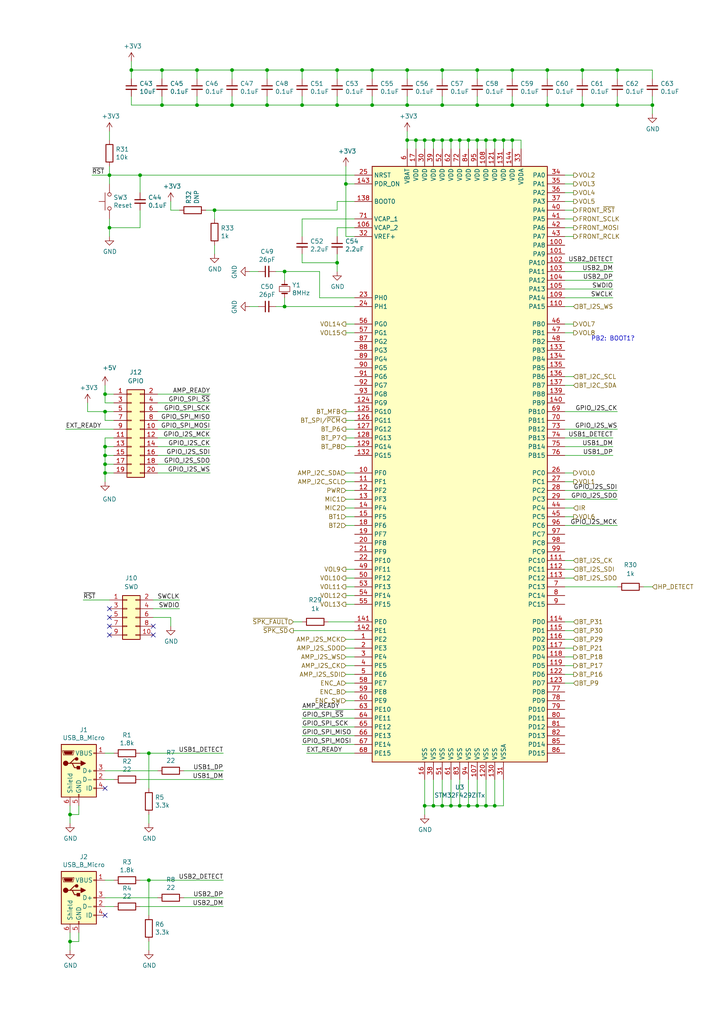
<source format=kicad_sch>
(kicad_sch (version 20201015) (generator eeschema)
  (paper "A4" portrait)
  (junction (at 20.32 236.22) (diameter 0.9144))
  (junction (at 20.32 273.05) (diameter 0.9144))
  (junction (at 30.48 114.3) (diameter 0.9144))
  (junction (at 30.48 119.38) (diameter 0.9144))
  (junction (at 30.48 129.54) (diameter 0.9144))
  (junction (at 30.48 132.08) (diameter 0.9144))
  (junction (at 30.48 134.62) (diameter 0.9144))
  (junction (at 30.48 137.16) (diameter 0.9144))
  (junction (at 31.75 50.8) (diameter 0.9144))
  (junction (at 31.75 66.04) (diameter 0.9144))
  (junction (at 38.1 20.32) (diameter 0.9144))
  (junction (at 40.64 50.8) (diameter 0.9144))
  (junction (at 43.18 218.44) (diameter 0.9144))
  (junction (at 43.18 255.27) (diameter 0.9144))
  (junction (at 46.99 20.32) (diameter 0.9144))
  (junction (at 46.99 30.48) (diameter 0.9144))
  (junction (at 57.15 20.32) (diameter 0.9144))
  (junction (at 57.15 30.48) (diameter 0.9144))
  (junction (at 62.23 60.96) (diameter 0.9144))
  (junction (at 67.31 20.32) (diameter 0.9144))
  (junction (at 67.31 30.48) (diameter 0.9144))
  (junction (at 77.47 20.32) (diameter 0.9144))
  (junction (at 77.47 30.48) (diameter 0.9144))
  (junction (at 82.55 78.74) (diameter 0.9144))
  (junction (at 82.55 88.9) (diameter 0.9144))
  (junction (at 87.63 20.32) (diameter 0.9144))
  (junction (at 87.63 30.48) (diameter 0.9144))
  (junction (at 97.79 20.32) (diameter 0.9144))
  (junction (at 97.79 30.48) (diameter 0.9144))
  (junction (at 97.79 76.2) (diameter 0.9144))
  (junction (at 100.33 53.34) (diameter 0.9144))
  (junction (at 107.95 20.32) (diameter 0.9144))
  (junction (at 107.95 30.48) (diameter 0.9144))
  (junction (at 118.11 20.32) (diameter 0.9144))
  (junction (at 118.11 30.48) (diameter 0.9144))
  (junction (at 118.11 40.64) (diameter 0.9144))
  (junction (at 120.65 40.64) (diameter 0.9144))
  (junction (at 123.19 40.64) (diameter 0.9144))
  (junction (at 123.19 233.68) (diameter 0.9144))
  (junction (at 125.73 40.64) (diameter 0.9144))
  (junction (at 125.73 233.68) (diameter 0.9144))
  (junction (at 128.27 20.32) (diameter 0.9144))
  (junction (at 128.27 30.48) (diameter 0.9144))
  (junction (at 128.27 40.64) (diameter 0.9144))
  (junction (at 128.27 233.68) (diameter 0.9144))
  (junction (at 130.81 40.64) (diameter 0.9144))
  (junction (at 130.81 233.68) (diameter 0.9144))
  (junction (at 133.35 40.64) (diameter 0.9144))
  (junction (at 133.35 233.68) (diameter 0.9144))
  (junction (at 135.89 40.64) (diameter 0.9144))
  (junction (at 135.89 233.68) (diameter 0.9144))
  (junction (at 138.43 20.32) (diameter 0.9144))
  (junction (at 138.43 30.48) (diameter 0.9144))
  (junction (at 138.43 40.64) (diameter 0.9144))
  (junction (at 138.43 233.68) (diameter 0.9144))
  (junction (at 140.97 40.64) (diameter 0.9144))
  (junction (at 140.97 233.68) (diameter 0.9144))
  (junction (at 143.51 40.64) (diameter 0.9144))
  (junction (at 143.51 233.68) (diameter 0.9144))
  (junction (at 146.05 40.64) (diameter 0.9144))
  (junction (at 148.59 20.32) (diameter 0.9144))
  (junction (at 148.59 30.48) (diameter 0.9144))
  (junction (at 148.59 40.64) (diameter 0.9144))
  (junction (at 158.75 20.32) (diameter 0.9144))
  (junction (at 158.75 30.48) (diameter 0.9144))
  (junction (at 168.91 20.32) (diameter 0.9144))
  (junction (at 168.91 30.48) (diameter 0.9144))
  (junction (at 179.07 20.32) (diameter 0.9144))
  (junction (at 179.07 30.48) (diameter 0.9144))
  (junction (at 189.23 30.48) (diameter 0.9144))
  (no_connect (at 31.75 184.15))
  (no_connect (at 30.48 265.43))
  (no_connect (at 44.45 184.15))
  (no_connect (at 44.45 181.61))
  (no_connect (at 31.75 179.07))
  (no_connect (at 31.75 181.61))
  (no_connect (at 30.48 228.6))
  (no_connect (at 31.75 176.53))
  (wire (pts (xy 19.05 124.46) (xy 33.02 124.46)))
  (wire (pts (xy 20.32 233.68) (xy 20.32 236.22)))
  (wire (pts (xy 20.32 236.22) (xy 20.32 238.76)))
  (wire (pts (xy 20.32 270.51) (xy 20.32 273.05)))
  (wire (pts (xy 20.32 273.05) (xy 20.32 275.59)))
  (wire (pts (xy 22.86 233.68) (xy 22.86 236.22)))
  (wire (pts (xy 22.86 236.22) (xy 20.32 236.22)))
  (wire (pts (xy 22.86 270.51) (xy 22.86 273.05)))
  (wire (pts (xy 22.86 273.05) (xy 20.32 273.05)))
  (wire (pts (xy 24.13 173.99) (xy 31.75 173.99)))
  (wire (pts (xy 25.4 116.84) (xy 25.4 119.38)))
  (wire (pts (xy 25.4 119.38) (xy 30.48 119.38)))
  (wire (pts (xy 26.67 50.8) (xy 31.75 50.8)))
  (wire (pts (xy 30.48 111.76) (xy 30.48 114.3)))
  (wire (pts (xy 30.48 114.3) (xy 33.02 114.3)))
  (wire (pts (xy 30.48 116.84) (xy 30.48 114.3)))
  (wire (pts (xy 30.48 119.38) (xy 30.48 121.92)))
  (wire (pts (xy 30.48 119.38) (xy 33.02 119.38)))
  (wire (pts (xy 30.48 127) (xy 33.02 127)))
  (wire (pts (xy 30.48 129.54) (xy 30.48 127)))
  (wire (pts (xy 30.48 129.54) (xy 33.02 129.54)))
  (wire (pts (xy 30.48 132.08) (xy 30.48 129.54)))
  (wire (pts (xy 30.48 132.08) (xy 33.02 132.08)))
  (wire (pts (xy 30.48 134.62) (xy 30.48 132.08)))
  (wire (pts (xy 30.48 134.62) (xy 33.02 134.62)))
  (wire (pts (xy 30.48 137.16) (xy 30.48 134.62)))
  (wire (pts (xy 30.48 137.16) (xy 33.02 137.16)))
  (wire (pts (xy 30.48 139.7) (xy 30.48 137.16)))
  (wire (pts (xy 30.48 226.06) (xy 33.02 226.06)))
  (wire (pts (xy 30.48 262.89) (xy 33.02 262.89)))
  (wire (pts (xy 31.75 38.1) (xy 31.75 40.64)))
  (wire (pts (xy 31.75 48.26) (xy 31.75 50.8)))
  (wire (pts (xy 31.75 50.8) (xy 31.75 53.34)))
  (wire (pts (xy 31.75 63.5) (xy 31.75 66.04)))
  (wire (pts (xy 31.75 66.04) (xy 40.64 66.04)))
  (wire (pts (xy 31.75 68.58) (xy 31.75 66.04)))
  (wire (pts (xy 33.02 116.84) (xy 30.48 116.84)))
  (wire (pts (xy 33.02 121.92) (xy 30.48 121.92)))
  (wire (pts (xy 33.02 218.44) (xy 30.48 218.44)))
  (wire (pts (xy 33.02 255.27) (xy 30.48 255.27)))
  (wire (pts (xy 38.1 20.32) (xy 38.1 17.78)))
  (wire (pts (xy 38.1 20.32) (xy 38.1 22.86)))
  (wire (pts (xy 38.1 30.48) (xy 38.1 27.94)))
  (wire (pts (xy 40.64 50.8) (xy 31.75 50.8)))
  (wire (pts (xy 40.64 50.8) (xy 102.87 50.8)))
  (wire (pts (xy 40.64 55.88) (xy 40.64 50.8)))
  (wire (pts (xy 40.64 66.04) (xy 40.64 60.96)))
  (wire (pts (xy 40.64 226.06) (xy 64.77 226.06)))
  (wire (pts (xy 40.64 262.89) (xy 64.77 262.89)))
  (wire (pts (xy 43.18 218.44) (xy 40.64 218.44)))
  (wire (pts (xy 43.18 228.6) (xy 43.18 218.44)))
  (wire (pts (xy 43.18 236.22) (xy 43.18 238.76)))
  (wire (pts (xy 43.18 255.27) (xy 40.64 255.27)))
  (wire (pts (xy 43.18 265.43) (xy 43.18 255.27)))
  (wire (pts (xy 43.18 273.05) (xy 43.18 275.59)))
  (wire (pts (xy 44.45 173.99) (xy 52.07 173.99)))
  (wire (pts (xy 44.45 176.53) (xy 52.07 176.53)))
  (wire (pts (xy 45.72 114.3) (xy 60.96 114.3)))
  (wire (pts (xy 45.72 116.84) (xy 60.96 116.84)))
  (wire (pts (xy 45.72 119.38) (xy 60.96 119.38)))
  (wire (pts (xy 45.72 121.92) (xy 60.96 121.92)))
  (wire (pts (xy 45.72 124.46) (xy 60.96 124.46)))
  (wire (pts (xy 45.72 127) (xy 60.96 127)))
  (wire (pts (xy 45.72 129.54) (xy 60.96 129.54)))
  (wire (pts (xy 45.72 132.08) (xy 60.96 132.08)))
  (wire (pts (xy 45.72 134.62) (xy 60.96 134.62)))
  (wire (pts (xy 45.72 137.16) (xy 60.96 137.16)))
  (wire (pts (xy 45.72 223.52) (xy 30.48 223.52)))
  (wire (pts (xy 45.72 260.35) (xy 30.48 260.35)))
  (wire (pts (xy 46.99 20.32) (xy 38.1 20.32)))
  (wire (pts (xy 46.99 20.32) (xy 46.99 22.86)))
  (wire (pts (xy 46.99 20.32) (xy 57.15 20.32)))
  (wire (pts (xy 46.99 30.48) (xy 38.1 30.48)))
  (wire (pts (xy 46.99 30.48) (xy 46.99 27.94)))
  (wire (pts (xy 49.53 60.96) (xy 49.53 58.42)))
  (wire (pts (xy 49.53 179.07) (xy 44.45 179.07)))
  (wire (pts (xy 49.53 181.61) (xy 49.53 179.07)))
  (wire (pts (xy 52.07 60.96) (xy 49.53 60.96)))
  (wire (pts (xy 53.34 223.52) (xy 64.77 223.52)))
  (wire (pts (xy 53.34 260.35) (xy 64.77 260.35)))
  (wire (pts (xy 57.15 20.32) (xy 57.15 22.86)))
  (wire (pts (xy 57.15 20.32) (xy 67.31 20.32)))
  (wire (pts (xy 57.15 27.94) (xy 57.15 30.48)))
  (wire (pts (xy 57.15 30.48) (xy 46.99 30.48)))
  (wire (pts (xy 62.23 60.96) (xy 59.69 60.96)))
  (wire (pts (xy 62.23 60.96) (xy 62.23 63.5)))
  (wire (pts (xy 62.23 71.12) (xy 62.23 73.66)))
  (wire (pts (xy 64.77 218.44) (xy 43.18 218.44)))
  (wire (pts (xy 64.77 255.27) (xy 43.18 255.27)))
  (wire (pts (xy 67.31 20.32) (xy 67.31 22.86)))
  (wire (pts (xy 67.31 20.32) (xy 77.47 20.32)))
  (wire (pts (xy 67.31 27.94) (xy 67.31 30.48)))
  (wire (pts (xy 67.31 30.48) (xy 57.15 30.48)))
  (wire (pts (xy 72.39 78.74) (xy 74.93 78.74)))
  (wire (pts (xy 72.39 88.9) (xy 74.93 88.9)))
  (wire (pts (xy 77.47 20.32) (xy 77.47 22.86)))
  (wire (pts (xy 77.47 20.32) (xy 87.63 20.32)))
  (wire (pts (xy 77.47 27.94) (xy 77.47 30.48)))
  (wire (pts (xy 77.47 30.48) (xy 67.31 30.48)))
  (wire (pts (xy 80.01 78.74) (xy 82.55 78.74)))
  (wire (pts (xy 80.01 88.9) (xy 82.55 88.9)))
  (wire (pts (xy 82.55 78.74) (xy 82.55 81.28)))
  (wire (pts (xy 82.55 86.36) (xy 82.55 88.9)))
  (wire (pts (xy 82.55 88.9) (xy 102.87 88.9)))
  (wire (pts (xy 85.09 180.34) (xy 87.63 180.34)))
  (wire (pts (xy 85.09 182.88) (xy 102.87 182.88)))
  (wire (pts (xy 87.63 20.32) (xy 87.63 22.86)))
  (wire (pts (xy 87.63 20.32) (xy 97.79 20.32)))
  (wire (pts (xy 87.63 27.94) (xy 87.63 30.48)))
  (wire (pts (xy 87.63 30.48) (xy 77.47 30.48)))
  (wire (pts (xy 87.63 63.5) (xy 87.63 68.58)))
  (wire (pts (xy 87.63 76.2) (xy 87.63 73.66)))
  (wire (pts (xy 88.9 218.44) (xy 102.87 218.44)))
  (wire (pts (xy 92.71 78.74) (xy 82.55 78.74)))
  (wire (pts (xy 92.71 86.36) (xy 92.71 78.74)))
  (wire (pts (xy 95.25 180.34) (xy 102.87 180.34)))
  (wire (pts (xy 97.79 20.32) (xy 97.79 22.86)))
  (wire (pts (xy 97.79 20.32) (xy 107.95 20.32)))
  (wire (pts (xy 97.79 27.94) (xy 97.79 30.48)))
  (wire (pts (xy 97.79 30.48) (xy 87.63 30.48)))
  (wire (pts (xy 97.79 58.42) (xy 97.79 60.96)))
  (wire (pts (xy 97.79 60.96) (xy 62.23 60.96)))
  (wire (pts (xy 97.79 66.04) (xy 97.79 68.58)))
  (wire (pts (xy 97.79 73.66) (xy 97.79 76.2)))
  (wire (pts (xy 97.79 76.2) (xy 87.63 76.2)))
  (wire (pts (xy 97.79 76.2) (xy 97.79 78.74)))
  (wire (pts (xy 100.33 48.26) (xy 100.33 53.34)))
  (wire (pts (xy 100.33 53.34) (xy 100.33 68.58)))
  (wire (pts (xy 100.33 53.34) (xy 102.87 53.34)))
  (wire (pts (xy 100.33 68.58) (xy 102.87 68.58)))
  (wire (pts (xy 100.33 93.98) (xy 102.87 93.98)))
  (wire (pts (xy 100.33 96.52) (xy 102.87 96.52)))
  (wire (pts (xy 100.33 119.38) (xy 102.87 119.38)))
  (wire (pts (xy 100.33 121.92) (xy 102.87 121.92)))
  (wire (pts (xy 100.33 124.46) (xy 102.87 124.46)))
  (wire (pts (xy 100.33 127) (xy 102.87 127)))
  (wire (pts (xy 100.33 129.54) (xy 102.87 129.54)))
  (wire (pts (xy 100.33 139.7) (xy 102.87 139.7)))
  (wire (pts (xy 100.33 165.1) (xy 102.87 165.1)))
  (wire (pts (xy 100.33 167.64) (xy 102.87 167.64)))
  (wire (pts (xy 100.33 170.18) (xy 102.87 170.18)))
  (wire (pts (xy 100.33 172.72) (xy 102.87 172.72)))
  (wire (pts (xy 100.33 175.26) (xy 102.87 175.26)))
  (wire (pts (xy 100.33 185.42) (xy 102.87 185.42)))
  (wire (pts (xy 100.33 190.5) (xy 102.87 190.5)))
  (wire (pts (xy 100.33 195.58) (xy 102.87 195.58)))
  (wire (pts (xy 102.87 58.42) (xy 97.79 58.42)))
  (wire (pts (xy 102.87 63.5) (xy 87.63 63.5)))
  (wire (pts (xy 102.87 66.04) (xy 97.79 66.04)))
  (wire (pts (xy 102.87 86.36) (xy 92.71 86.36)))
  (wire (pts (xy 102.87 137.16) (xy 100.33 137.16)))
  (wire (pts (xy 102.87 142.24) (xy 100.33 142.24)))
  (wire (pts (xy 102.87 144.78) (xy 100.33 144.78)))
  (wire (pts (xy 102.87 147.32) (xy 100.33 147.32)))
  (wire (pts (xy 102.87 149.86) (xy 100.33 149.86)))
  (wire (pts (xy 102.87 152.4) (xy 100.33 152.4)))
  (wire (pts (xy 102.87 187.96) (xy 100.33 187.96)))
  (wire (pts (xy 102.87 193.04) (xy 100.33 193.04)))
  (wire (pts (xy 102.87 198.12) (xy 100.33 198.12)))
  (wire (pts (xy 102.87 200.66) (xy 100.33 200.66)))
  (wire (pts (xy 102.87 203.2) (xy 100.33 203.2)))
  (wire (pts (xy 102.87 205.74) (xy 87.63 205.74)))
  (wire (pts (xy 102.87 208.28) (xy 87.63 208.28)))
  (wire (pts (xy 102.87 210.82) (xy 87.63 210.82)))
  (wire (pts (xy 102.87 213.36) (xy 87.63 213.36)))
  (wire (pts (xy 102.87 215.9) (xy 87.63 215.9)))
  (wire (pts (xy 107.95 20.32) (xy 107.95 22.86)))
  (wire (pts (xy 107.95 20.32) (xy 118.11 20.32)))
  (wire (pts (xy 107.95 27.94) (xy 107.95 30.48)))
  (wire (pts (xy 107.95 30.48) (xy 97.79 30.48)))
  (wire (pts (xy 118.11 20.32) (xy 118.11 22.86)))
  (wire (pts (xy 118.11 20.32) (xy 128.27 20.32)))
  (wire (pts (xy 118.11 27.94) (xy 118.11 30.48)))
  (wire (pts (xy 118.11 30.48) (xy 107.95 30.48)))
  (wire (pts (xy 118.11 38.1) (xy 118.11 40.64)))
  (wire (pts (xy 118.11 40.64) (xy 118.11 43.18)))
  (wire (pts (xy 120.65 40.64) (xy 118.11 40.64)))
  (wire (pts (xy 120.65 43.18) (xy 120.65 40.64)))
  (wire (pts (xy 123.19 40.64) (xy 120.65 40.64)))
  (wire (pts (xy 123.19 43.18) (xy 123.19 40.64)))
  (wire (pts (xy 123.19 226.06) (xy 123.19 233.68)))
  (wire (pts (xy 123.19 233.68) (xy 123.19 236.22)))
  (wire (pts (xy 123.19 233.68) (xy 125.73 233.68)))
  (wire (pts (xy 125.73 40.64) (xy 123.19 40.64)))
  (wire (pts (xy 125.73 43.18) (xy 125.73 40.64)))
  (wire (pts (xy 125.73 226.06) (xy 125.73 233.68)))
  (wire (pts (xy 125.73 233.68) (xy 128.27 233.68)))
  (wire (pts (xy 128.27 20.32) (xy 128.27 22.86)))
  (wire (pts (xy 128.27 20.32) (xy 138.43 20.32)))
  (wire (pts (xy 128.27 27.94) (xy 128.27 30.48)))
  (wire (pts (xy 128.27 30.48) (xy 118.11 30.48)))
  (wire (pts (xy 128.27 40.64) (xy 125.73 40.64)))
  (wire (pts (xy 128.27 43.18) (xy 128.27 40.64)))
  (wire (pts (xy 128.27 226.06) (xy 128.27 233.68)))
  (wire (pts (xy 128.27 233.68) (xy 130.81 233.68)))
  (wire (pts (xy 130.81 40.64) (xy 128.27 40.64)))
  (wire (pts (xy 130.81 43.18) (xy 130.81 40.64)))
  (wire (pts (xy 130.81 226.06) (xy 130.81 233.68)))
  (wire (pts (xy 130.81 233.68) (xy 133.35 233.68)))
  (wire (pts (xy 133.35 40.64) (xy 130.81 40.64)))
  (wire (pts (xy 133.35 43.18) (xy 133.35 40.64)))
  (wire (pts (xy 133.35 226.06) (xy 133.35 233.68)))
  (wire (pts (xy 133.35 233.68) (xy 135.89 233.68)))
  (wire (pts (xy 135.89 40.64) (xy 133.35 40.64)))
  (wire (pts (xy 135.89 43.18) (xy 135.89 40.64)))
  (wire (pts (xy 135.89 226.06) (xy 135.89 233.68)))
  (wire (pts (xy 135.89 233.68) (xy 138.43 233.68)))
  (wire (pts (xy 138.43 20.32) (xy 138.43 22.86)))
  (wire (pts (xy 138.43 20.32) (xy 148.59 20.32)))
  (wire (pts (xy 138.43 27.94) (xy 138.43 30.48)))
  (wire (pts (xy 138.43 30.48) (xy 128.27 30.48)))
  (wire (pts (xy 138.43 40.64) (xy 135.89 40.64)))
  (wire (pts (xy 138.43 43.18) (xy 138.43 40.64)))
  (wire (pts (xy 138.43 226.06) (xy 138.43 233.68)))
  (wire (pts (xy 138.43 233.68) (xy 140.97 233.68)))
  (wire (pts (xy 140.97 40.64) (xy 138.43 40.64)))
  (wire (pts (xy 140.97 43.18) (xy 140.97 40.64)))
  (wire (pts (xy 140.97 233.68) (xy 140.97 226.06)))
  (wire (pts (xy 140.97 233.68) (xy 143.51 233.68)))
  (wire (pts (xy 143.51 40.64) (xy 140.97 40.64)))
  (wire (pts (xy 143.51 43.18) (xy 143.51 40.64)))
  (wire (pts (xy 143.51 226.06) (xy 143.51 233.68)))
  (wire (pts (xy 143.51 233.68) (xy 146.05 233.68)))
  (wire (pts (xy 146.05 40.64) (xy 143.51 40.64)))
  (wire (pts (xy 146.05 43.18) (xy 146.05 40.64)))
  (wire (pts (xy 146.05 233.68) (xy 146.05 226.06)))
  (wire (pts (xy 148.59 20.32) (xy 148.59 22.86)))
  (wire (pts (xy 148.59 20.32) (xy 158.75 20.32)))
  (wire (pts (xy 148.59 27.94) (xy 148.59 30.48)))
  (wire (pts (xy 148.59 30.48) (xy 138.43 30.48)))
  (wire (pts (xy 148.59 40.64) (xy 146.05 40.64)))
  (wire (pts (xy 148.59 43.18) (xy 148.59 40.64)))
  (wire (pts (xy 151.13 40.64) (xy 148.59 40.64)))
  (wire (pts (xy 151.13 43.18) (xy 151.13 40.64)))
  (wire (pts (xy 158.75 20.32) (xy 158.75 22.86)))
  (wire (pts (xy 158.75 20.32) (xy 168.91 20.32)))
  (wire (pts (xy 158.75 27.94) (xy 158.75 30.48)))
  (wire (pts (xy 158.75 30.48) (xy 148.59 30.48)))
  (wire (pts (xy 163.83 58.42) (xy 166.37 58.42)))
  (wire (pts (xy 163.83 83.82) (xy 177.8 83.82)))
  (wire (pts (xy 163.83 86.36) (xy 177.8 86.36)))
  (wire (pts (xy 163.83 93.98) (xy 166.37 93.98)))
  (wire (pts (xy 163.83 111.76) (xy 166.37 111.76)))
  (wire (pts (xy 163.83 119.38) (xy 179.07 119.38)))
  (wire (pts (xy 163.83 124.46) (xy 179.07 124.46)))
  (wire (pts (xy 163.83 142.24) (xy 179.07 142.24)))
  (wire (pts (xy 163.83 144.78) (xy 179.07 144.78)))
  (wire (pts (xy 163.83 149.86) (xy 166.37 149.86)))
  (wire (pts (xy 163.83 152.4) (xy 179.07 152.4)))
  (wire (pts (xy 163.83 165.1) (xy 166.37 165.1)))
  (wire (pts (xy 163.83 180.34) (xy 166.37 180.34)))
  (wire (pts (xy 163.83 182.88) (xy 166.37 182.88)))
  (wire (pts (xy 163.83 185.42) (xy 166.37 185.42)))
  (wire (pts (xy 163.83 187.96) (xy 166.37 187.96)))
  (wire (pts (xy 163.83 190.5) (xy 166.37 190.5)))
  (wire (pts (xy 163.83 193.04) (xy 166.37 193.04)))
  (wire (pts (xy 163.83 195.58) (xy 166.37 195.58)))
  (wire (pts (xy 163.83 198.12) (xy 166.37 198.12)))
  (wire (pts (xy 166.37 50.8) (xy 163.83 50.8)))
  (wire (pts (xy 166.37 53.34) (xy 163.83 53.34)))
  (wire (pts (xy 166.37 55.88) (xy 163.83 55.88)))
  (wire (pts (xy 166.37 60.96) (xy 163.83 60.96)))
  (wire (pts (xy 166.37 63.5) (xy 163.83 63.5)))
  (wire (pts (xy 166.37 66.04) (xy 163.83 66.04)))
  (wire (pts (xy 166.37 68.58) (xy 163.83 68.58)))
  (wire (pts (xy 166.37 88.9) (xy 163.83 88.9)))
  (wire (pts (xy 166.37 96.52) (xy 163.83 96.52)))
  (wire (pts (xy 166.37 109.22) (xy 163.83 109.22)))
  (wire (pts (xy 166.37 137.16) (xy 163.83 137.16)))
  (wire (pts (xy 166.37 139.7) (xy 163.83 139.7)))
  (wire (pts (xy 166.37 147.32) (xy 163.83 147.32)))
  (wire (pts (xy 166.37 162.56) (xy 163.83 162.56)))
  (wire (pts (xy 166.37 167.64) (xy 163.83 167.64)))
  (wire (pts (xy 168.91 20.32) (xy 168.91 22.86)))
  (wire (pts (xy 168.91 20.32) (xy 179.07 20.32)))
  (wire (pts (xy 168.91 27.94) (xy 168.91 30.48)))
  (wire (pts (xy 168.91 30.48) (xy 158.75 30.48)))
  (wire (pts (xy 177.8 76.2) (xy 163.83 76.2)))
  (wire (pts (xy 177.8 78.74) (xy 163.83 78.74)))
  (wire (pts (xy 177.8 81.28) (xy 163.83 81.28)))
  (wire (pts (xy 177.8 127) (xy 163.83 127)))
  (wire (pts (xy 177.8 129.54) (xy 163.83 129.54)))
  (wire (pts (xy 177.8 132.08) (xy 163.83 132.08)))
  (wire (pts (xy 179.07 20.32) (xy 179.07 22.86)))
  (wire (pts (xy 179.07 20.32) (xy 189.23 20.32)))
  (wire (pts (xy 179.07 27.94) (xy 179.07 30.48)))
  (wire (pts (xy 179.07 30.48) (xy 168.91 30.48)))
  (wire (pts (xy 179.07 170.18) (xy 163.83 170.18)))
  (wire (pts (xy 189.23 20.32) (xy 189.23 22.86)))
  (wire (pts (xy 189.23 27.94) (xy 189.23 30.48)))
  (wire (pts (xy 189.23 30.48) (xy 179.07 30.48)))
  (wire (pts (xy 189.23 30.48) (xy 189.23 33.02)))
  (wire (pts (xy 189.23 170.18) (xy 186.69 170.18)))
  (text "PB2: BOOT1?" (at 171.45 99.06 0) (effects (font (size 1.27 1.27)) (justify left bottom)))
  (label "EXT_READY" (at 19.05 124.46 0))
  (label "~RST" (at 24.13 173.99 0))
  (label "~RST" (at 26.67 50.8 0))
  (label "SWCLK" (at 52.07 173.99 180))
  (label "SWDIO" (at 52.07 176.53 180))
  (label "AMP_READY" (at 60.96 114.3 180))
  (label "GPIO_SPI_~SS" (at 60.96 116.84 180))
  (label "GPIO_SPI_SCK" (at 60.96 119.38 180))
  (label "GPIO_SPI_MISO" (at 60.96 121.92 180))
  (label "GPIO_SPI_MOSI" (at 60.96 124.46 180))
  (label "GPIO_I2S_MCK" (at 60.96 127 180))
  (label "GPIO_I2S_CK" (at 60.96 129.54 180))
  (label "GPIO_I2S_SDI" (at 60.96 132.08 180))
  (label "GPIO_I2S_SDO" (at 60.96 134.62 180))
  (label "GPIO_I2S_WS" (at 60.96 137.16 180))
  (label "USB1_DETECT" (at 64.77 218.44 180))
  (label "USB1_DP" (at 64.77 223.52 180))
  (label "USB1_DM" (at 64.77 226.06 180))
  (label "USB2_DETECT" (at 64.77 255.27 180))
  (label "USB2_DP" (at 64.77 260.35 180))
  (label "USB2_DM" (at 64.77 262.89 180))
  (label "AMP_READY" (at 87.63 205.74 0))
  (label "GPIO_SPI_~SS" (at 87.63 208.28 0))
  (label "GPIO_SPI_SCK" (at 87.63 210.82 0))
  (label "GPIO_SPI_MISO" (at 87.63 213.36 0))
  (label "GPIO_SPI_MOSI" (at 87.63 215.9 0))
  (label "EXT_READY" (at 88.9 218.44 0))
  (label "USB2_DETECT" (at 177.8 76.2 180))
  (label "USB2_DM" (at 177.8 78.74 180))
  (label "USB2_DP" (at 177.8 81.28 180))
  (label "SWDIO" (at 177.8 83.82 180))
  (label "SWCLK" (at 177.8 86.36 180))
  (label "USB1_DETECT" (at 177.8 127 180))
  (label "USB1_DM" (at 177.8 129.54 180))
  (label "USB1_DP" (at 177.8 132.08 180))
  (label "GPIO_I2S_CK" (at 179.07 119.38 180))
  (label "GPIO_I2S_WS" (at 179.07 124.46 180))
  (label "GPIO_I2S_SDI" (at 179.07 142.24 180))
  (label "GPIO_I2S_SDO" (at 179.07 144.78 180))
  (label "GPIO_I2S_MCK" (at 179.07 152.4 180))
  (hierarchical_label "~SPK_FAULT" (shape input) (at 85.09 180.34 180))
  (hierarchical_label "~SPK_SD" (shape output) (at 85.09 182.88 180))
  (hierarchical_label "VOL14" (shape output) (at 100.33 93.98 180))
  (hierarchical_label "VOL15" (shape output) (at 100.33 96.52 180))
  (hierarchical_label "BT_MFB" (shape output) (at 100.33 119.38 180))
  (hierarchical_label "BT_SPI{slash}~PCM" (shape output) (at 100.33 121.92 180))
  (hierarchical_label "BT_P6" (shape output) (at 100.33 124.46 180))
  (hierarchical_label "BT_P7" (shape output) (at 100.33 127 180))
  (hierarchical_label "BT_P8" (shape input) (at 100.33 129.54 180))
  (hierarchical_label "AMP_I2C_SDA" (shape input) (at 100.33 137.16 180))
  (hierarchical_label "AMP_I2C_SCL" (shape input) (at 100.33 139.7 180))
  (hierarchical_label "PWR" (shape input) (at 100.33 142.24 180))
  (hierarchical_label "MIC1" (shape input) (at 100.33 144.78 180))
  (hierarchical_label "MIC2" (shape input) (at 100.33 147.32 180))
  (hierarchical_label "BT1" (shape input) (at 100.33 149.86 180))
  (hierarchical_label "BT2" (shape input) (at 100.33 152.4 180))
  (hierarchical_label "VOL9" (shape output) (at 100.33 165.1 180))
  (hierarchical_label "VOL10" (shape output) (at 100.33 167.64 180))
  (hierarchical_label "VOL11" (shape output) (at 100.33 170.18 180))
  (hierarchical_label "VOL12" (shape output) (at 100.33 172.72 180))
  (hierarchical_label "VOL13" (shape output) (at 100.33 175.26 180))
  (hierarchical_label "AMP_I2S_MCK" (shape input) (at 100.33 185.42 180))
  (hierarchical_label "AMP_I2S_SDO" (shape input) (at 100.33 187.96 180))
  (hierarchical_label "AMP_I2S_WS" (shape input) (at 100.33 190.5 180))
  (hierarchical_label "AMP_I2S_CK" (shape input) (at 100.33 193.04 180))
  (hierarchical_label "AMP_I2S_SDI" (shape input) (at 100.33 195.58 180))
  (hierarchical_label "ENC_A" (shape input) (at 100.33 198.12 180))
  (hierarchical_label "ENC_B" (shape input) (at 100.33 200.66 180))
  (hierarchical_label "ENC_SW" (shape input) (at 100.33 203.2 180))
  (hierarchical_label "VOL2" (shape output) (at 166.37 50.8 0))
  (hierarchical_label "VOL3" (shape output) (at 166.37 53.34 0))
  (hierarchical_label "VOL4" (shape output) (at 166.37 55.88 0))
  (hierarchical_label "VOL5" (shape output) (at 166.37 58.42 0))
  (hierarchical_label "FRONT_~RST" (shape output) (at 166.37 60.96 0))
  (hierarchical_label "FRONT_SCLK" (shape output) (at 166.37 63.5 0))
  (hierarchical_label "FRONT_MOSI" (shape output) (at 166.37 66.04 0))
  (hierarchical_label "FRONT_RCLK" (shape output) (at 166.37 68.58 0))
  (hierarchical_label "BT_I2S_WS" (shape input) (at 166.37 88.9 0))
  (hierarchical_label "VOL7" (shape output) (at 166.37 93.98 0))
  (hierarchical_label "VOL8" (shape output) (at 166.37 96.52 0))
  (hierarchical_label "BT_I2C_SCL" (shape input) (at 166.37 109.22 0))
  (hierarchical_label "BT_I2C_SDA" (shape input) (at 166.37 111.76 0))
  (hierarchical_label "VOL0" (shape output) (at 166.37 137.16 0))
  (hierarchical_label "VOL1" (shape output) (at 166.37 139.7 0))
  (hierarchical_label "IR" (shape input) (at 166.37 147.32 0))
  (hierarchical_label "VOL6" (shape output) (at 166.37 149.86 0))
  (hierarchical_label "BT_I2S_CK" (shape input) (at 166.37 162.56 0))
  (hierarchical_label "BT_I2S_SDI" (shape input) (at 166.37 165.1 0))
  (hierarchical_label "BT_I2S_SDO" (shape input) (at 166.37 167.64 0))
  (hierarchical_label "BT_P31" (shape input) (at 166.37 180.34 0))
  (hierarchical_label "BT_P30" (shape input) (at 166.37 182.88 0))
  (hierarchical_label "BT_P29" (shape input) (at 166.37 185.42 0))
  (hierarchical_label "BT_P21" (shape output) (at 166.37 187.96 0))
  (hierarchical_label "BT_P18" (shape output) (at 166.37 190.5 0))
  (hierarchical_label "BT_P17" (shape output) (at 166.37 193.04 0))
  (hierarchical_label "BT_P16" (shape output) (at 166.37 195.58 0))
  (hierarchical_label "BT_P9" (shape input) (at 166.37 198.12 0))
  (hierarchical_label "HP_DETECT" (shape input) (at 189.23 170.18 0))
  (symbol (lib_id "power:+3.3V") (at 25.4 116.84 0) (unit 1)
    (property "Reference" "#PWR0232" (effects hide))
    (property "Value" "+3.3V" (at 25.781 112.4458 0))
  )
  (symbol (lib_id "power:+5V") (at 30.48 111.76 0) (unit 1)
    (property "Reference" "#PWR0231" (effects hide))
    (property "Value" "+5V" (at 31.75 106.68 0))
  )
  (symbol (lib_id "power:+3.3V") (at 31.75 38.1 0) (unit 1)
    (property "Reference" "#PWR0170" (effects hide))
    (property "Value" "+3.3V" (at 32.131 33.7058 0))
  )
  (symbol (lib_id "power:+3.3V") (at 38.1 17.78 0) (unit 1)
    (property "Reference" "#PWR0169" (effects hide))
    (property "Value" "+3.3V" (at 38.481 13.3858 0))
  )
  (symbol (lib_id "power:+3.3V") (at 49.53 58.42 0) (unit 1)
    (property "Reference" "#PWR0171" (effects hide))
    (property "Value" "+3.3V" (at 49.911 54.0258 0))
  )
  (symbol (lib_id "power:+3.3V") (at 100.33 48.26 0) (unit 1)
    (property "Reference" "#PWR0166" (effects hide))
    (property "Value" "+3.3V" (at 100.711 43.8658 0))
  )
  (symbol (lib_id "power:+3.3V") (at 118.11 38.1 0) (unit 1)
    (property "Reference" "#PWR0102" (effects hide))
    (property "Value" "+3.3V" (at 118.491 33.7058 0))
  )
  (symbol (lib_id "power:GND") (at 20.32 238.76 0) (unit 1)
    (property "Reference" "#PWR0103" (effects hide))
    (property "Value" "GND" (at 20.447 243.1542 0))
  )
  (symbol (lib_id "power:GND") (at 20.32 275.59 0) (unit 1)
    (property "Reference" "#PWR0105" (effects hide))
    (property "Value" "GND" (at 20.447 279.9842 0))
  )
  (symbol (lib_id "power:GND") (at 30.48 139.7 0) (unit 1)
    (property "Reference" "#PWR0230" (effects hide))
    (property "Value" "GND" (at 31.75 144.78 0))
  )
  (symbol (lib_id "power:GND") (at 31.75 68.58 0) (unit 1)
    (property "Reference" "#PWR0172" (effects hide))
    (property "Value" "GND" (at 31.877 72.9742 0))
  )
  (symbol (lib_id "power:GND") (at 43.18 238.76 0) (unit 1)
    (property "Reference" "#PWR0104" (effects hide))
    (property "Value" "GND" (at 43.307 243.1542 0))
  )
  (symbol (lib_id "power:GND") (at 43.18 275.59 0) (unit 1)
    (property "Reference" "#PWR0106" (effects hide))
    (property "Value" "GND" (at 43.307 279.9842 0))
  )
  (symbol (lib_id "power:GND") (at 49.53 181.61 0) (unit 1)
    (property "Reference" "#PWR0173" (effects hide))
    (property "Value" "GND" (at 49.657 186.0042 0))
  )
  (symbol (lib_id "power:GND") (at 62.23 73.66 0) (unit 1)
    (property "Reference" "#PWR0167" (effects hide))
    (property "Value" "GND" (at 62.357 78.0542 0))
  )
  (symbol (lib_id "power:GND") (at 72.39 78.74 270) (unit 1)
    (property "Reference" "#PWR0164" (effects hide))
    (property "Value" "GND" (at 67.9958 78.867 0))
  )
  (symbol (lib_id "power:GND") (at 72.39 88.9 270) (unit 1)
    (property "Reference" "#PWR0165" (effects hide))
    (property "Value" "GND" (at 67.9958 89.027 0))
  )
  (symbol (lib_id "power:GND") (at 97.79 78.74 0) (unit 1)
    (property "Reference" "#PWR0163" (effects hide))
    (property "Value" "GND" (at 97.917 83.1342 0))
  )
  (symbol (lib_id "power:GND") (at 123.19 236.22 0) (unit 1)
    (property "Reference" "#PWR0101" (effects hide))
    (property "Value" "GND" (at 123.317 240.6142 0))
  )
  (symbol (lib_id "power:GND") (at 189.23 33.02 0) (unit 1)
    (property "Reference" "#PWR0168" (effects hide))
    (property "Value" "GND" (at 189.357 37.4142 0))
  )
  (symbol (lib_id "Device:Crystal_Small") (at 82.55 83.82 90) (unit 1)
    (property "Reference" "Y1" (at 84.7091 82.6706 90) (effects (justify right)))
    (property "Value" "8MHz" (at 84.709 84.969 90) (effects (justify right)))
    (property "Footprint" "Crystal:Crystal_SMD_HC49-SD" (effects hide))
  )
  (symbol (lib_id "Device:R") (at 31.75 44.45 0) (unit 1)
    (property "Reference" "R31" (at 33.5281 43.3006 0) (effects (justify left)))
    (property "Value" "10k" (at 33.528 45.599 0) (effects (justify left)))
    (property "Footprint" "Resistor_SMD:R_0603_1608Metric" (effects hide))
  )
  (symbol (lib_id "Device:R") (at 36.83 218.44 270) (unit 1)
    (property "Reference" "R1" (at 36.83 213.1822 90))
    (property "Value" "1.8k" (at 36.83 215.4936 90))
    (property "Footprint" "Resistor_SMD:R_0603_1608Metric" (effects hide))
  )
  (symbol (lib_id "Device:R") (at 36.83 226.06 270) (unit 1)
    (property "Reference" "R2" (at 36.83 220.8022 90))
    (property "Value" "22" (at 36.83 223.1136 90))
    (property "Footprint" "Resistor_SMD:R_0603_1608Metric" (effects hide))
  )
  (symbol (lib_id "Device:R") (at 36.83 255.27 270) (unit 1)
    (property "Reference" "R3" (at 36.83 250.0122 90))
    (property "Value" "1.8k" (at 36.83 252.3236 90))
    (property "Footprint" "Resistor_SMD:R_0603_1608Metric" (effects hide))
  )
  (symbol (lib_id "Device:R") (at 36.83 262.89 270) (unit 1)
    (property "Reference" "R4" (at 36.83 257.6322 90))
    (property "Value" "22" (at 36.83 259.9436 90))
    (property "Footprint" "Resistor_SMD:R_0603_1608Metric" (effects hide))
  )
  (symbol (lib_id "Device:R") (at 43.18 232.41 0) (unit 1)
    (property "Reference" "R5" (at 44.958 231.2416 0) (effects (justify left)))
    (property "Value" "3.3k" (at 44.958 233.553 0) (effects (justify left)))
    (property "Footprint" "Resistor_SMD:R_0603_1608Metric" (effects hide))
  )
  (symbol (lib_id "Device:R") (at 43.18 269.24 0) (unit 1)
    (property "Reference" "R6" (at 44.958 268.0716 0) (effects (justify left)))
    (property "Value" "3.3k" (at 44.958 270.383 0) (effects (justify left)))
    (property "Footprint" "Resistor_SMD:R_0603_1608Metric" (effects hide))
  )
  (symbol (lib_id "Device:R") (at 49.53 223.52 270) (unit 1)
    (property "Reference" "R7" (at 49.53 218.2622 90))
    (property "Value" "22" (at 49.53 220.5736 90))
    (property "Footprint" "Resistor_SMD:R_0603_1608Metric" (effects hide))
  )
  (symbol (lib_id "Device:R") (at 49.53 260.35 270) (unit 1)
    (property "Reference" "R8" (at 49.53 255.0922 90))
    (property "Value" "22" (at 49.53 257.4036 90))
    (property "Footprint" "Resistor_SMD:R_0603_1608Metric" (effects hide))
  )
  (symbol (lib_id "Device:R") (at 55.88 60.96 90) (unit 1)
    (property "Reference" "R32" (at 54.7306 59.1819 0) (effects (justify left)))
    (property "Value" "DNP" (at 57.029 59.182 0) (effects (justify left)))
    (property "Footprint" "Resistor_SMD:R_0603_1608Metric" (effects hide))
  )
  (symbol (lib_id "Device:R") (at 62.23 67.31 0) (unit 1)
    (property "Reference" "R33" (at 64.0081 66.1606 0) (effects (justify left)))
    (property "Value" "1k" (at 64.008 68.459 0) (effects (justify left)))
    (property "Footprint" "Resistor_SMD:R_0603_1608Metric" (effects hide))
  )
  (symbol (lib_id "Device:R") (at 91.44 180.34 90) (unit 1)
    (property "Reference" "R29" (at 91.44 173.99 90))
    (property "Value" "1k" (at 91.44 176.53 90))
    (property "Footprint" "Resistor_SMD:R_0603_1608Metric" (effects hide))
  )
  (symbol (lib_id "Device:R") (at 182.88 170.18 270) (mirror x) (unit 1)
    (property "Reference" "R30" (at 182.88 163.83 90))
    (property "Value" "1k" (at 182.88 166.37 90))
    (property "Footprint" "Resistor_SMD:R_0603_1608Metric" (effects hide))
  )
  (symbol (lib_id "Device:C_Small") (at 38.1 25.4 0) (unit 1)
    (property "Reference" "C43" (at 40.4242 24.2506 0) (effects (justify left)))
    (property "Value" "10uF" (at 40.424 26.549 0) (effects (justify left)))
    (property "Footprint" "Capacitor_SMD:C_0805_2012Metric" (effects hide))
  )
  (symbol (lib_id "Device:C_Small") (at 40.64 58.42 0) (unit 1)
    (property "Reference" "C44" (at 42.9642 57.2706 0) (effects (justify left)))
    (property "Value" "0.1uF" (at 42.964 59.5696 0) (effects (justify left)))
    (property "Footprint" "Capacitor_SMD:C_0603_1608Metric" (effects hide))
  )
  (symbol (lib_id "Device:C_Small") (at 46.99 25.4 0) (unit 1)
    (property "Reference" "C45" (at 49.3142 24.2506 0) (effects (justify left)))
    (property "Value" "0.1uF" (at 49.314 26.5496 0) (effects (justify left)))
    (property "Footprint" "Capacitor_SMD:C_0603_1608Metric" (effects hide))
  )
  (symbol (lib_id "Device:C_Small") (at 57.15 25.4 0) (unit 1)
    (property "Reference" "C46" (at 59.4742 24.2506 0) (effects (justify left)))
    (property "Value" "0.1uF" (at 59.474 26.5496 0) (effects (justify left)))
    (property "Footprint" "Capacitor_SMD:C_0603_1608Metric" (effects hide))
  )
  (symbol (lib_id "Device:C_Small") (at 67.31 25.4 0) (unit 1)
    (property "Reference" "C47" (at 69.6342 24.2506 0) (effects (justify left)))
    (property "Value" "0.1uF" (at 69.634 26.5496 0) (effects (justify left)))
    (property "Footprint" "Capacitor_SMD:C_0603_1608Metric" (effects hide))
  )
  (symbol (lib_id "Device:C_Small") (at 77.47 25.4 0) (unit 1)
    (property "Reference" "C48" (at 79.7942 24.2506 0) (effects (justify left)))
    (property "Value" "0.1uF" (at 79.794 26.5496 0) (effects (justify left)))
    (property "Footprint" "Capacitor_SMD:C_0603_1608Metric" (effects hide))
  )
  (symbol (lib_id "Device:C_Small") (at 77.47 78.74 90) (unit 1)
    (property "Reference" "C49" (at 77.47 72.9677 90))
    (property "Value" "26pF" (at 77.47 75.266 90))
    (property "Footprint" "Capacitor_SMD:C_0603_1608Metric" (effects hide))
  )
  (symbol (lib_id "Device:C_Small") (at 77.47 88.9 90) (unit 1)
    (property "Reference" "C50" (at 77.47 83.1277 90))
    (property "Value" "26pF" (at 77.47 85.426 90))
    (property "Footprint" "Capacitor_SMD:C_0603_1608Metric" (effects hide))
  )
  (symbol (lib_id "Device:C_Small") (at 87.63 25.4 0) (unit 1)
    (property "Reference" "C51" (at 89.9542 24.2506 0) (effects (justify left)))
    (property "Value" "0.1uF" (at 89.954 26.5496 0) (effects (justify left)))
    (property "Footprint" "Capacitor_SMD:C_0603_1608Metric" (effects hide))
  )
  (symbol (lib_id "Device:C_Small") (at 87.63 71.12 0) (unit 1)
    (property "Reference" "C52" (at 89.9542 69.9706 0) (effects (justify left)))
    (property "Value" "2.2uF" (at 89.954 72.269 0) (effects (justify left)))
    (property "Footprint" "Capacitor_SMD:C_0603_1608Metric" (effects hide))
  )
  (symbol (lib_id "Device:C_Small") (at 97.79 25.4 0) (unit 1)
    (property "Reference" "C53" (at 100.1142 24.2506 0) (effects (justify left)))
    (property "Value" "0.1uF" (at 100.114 26.5496 0) (effects (justify left)))
    (property "Footprint" "Capacitor_SMD:C_0603_1608Metric" (effects hide))
  )
  (symbol (lib_id "Device:C_Small") (at 97.79 71.12 0) (unit 1)
    (property "Reference" "C54" (at 100.1142 69.9706 0) (effects (justify left)))
    (property "Value" "2.2uF" (at 100.114 72.269 0) (effects (justify left)))
    (property "Footprint" "Capacitor_SMD:C_0603_1608Metric" (effects hide))
  )
  (symbol (lib_id "Device:C_Small") (at 107.95 25.4 0) (unit 1)
    (property "Reference" "C55" (at 110.2742 24.2506 0) (effects (justify left)))
    (property "Value" "0.1uF" (at 110.274 26.5496 0) (effects (justify left)))
    (property "Footprint" "Capacitor_SMD:C_0603_1608Metric" (effects hide))
  )
  (symbol (lib_id "Device:C_Small") (at 118.11 25.4 0) (unit 1)
    (property "Reference" "C56" (at 120.4342 24.2506 0) (effects (justify left)))
    (property "Value" "0.1uF" (at 120.434 26.5496 0) (effects (justify left)))
    (property "Footprint" "Capacitor_SMD:C_0603_1608Metric" (effects hide))
  )
  (symbol (lib_id "Device:C_Small") (at 128.27 25.4 0) (unit 1)
    (property "Reference" "C57" (at 130.5942 24.2506 0) (effects (justify left)))
    (property "Value" "0.1uF" (at 130.594 26.5496 0) (effects (justify left)))
    (property "Footprint" "Capacitor_SMD:C_0603_1608Metric" (effects hide))
  )
  (symbol (lib_id "Device:C_Small") (at 138.43 25.4 0) (unit 1)
    (property "Reference" "C58" (at 140.7542 24.2506 0) (effects (justify left)))
    (property "Value" "0.1uF" (at 140.754 26.5496 0) (effects (justify left)))
    (property "Footprint" "Capacitor_SMD:C_0603_1608Metric" (effects hide))
  )
  (symbol (lib_id "Device:C_Small") (at 148.59 25.4 0) (unit 1)
    (property "Reference" "C59" (at 150.9142 24.2506 0) (effects (justify left)))
    (property "Value" "0.1uF" (at 150.914 26.5496 0) (effects (justify left)))
    (property "Footprint" "Capacitor_SMD:C_0603_1608Metric" (effects hide))
  )
  (symbol (lib_id "Device:C_Small") (at 158.75 25.4 0) (unit 1)
    (property "Reference" "C60" (at 161.0742 24.2506 0) (effects (justify left)))
    (property "Value" "0.1uF" (at 161.074 26.5496 0) (effects (justify left)))
    (property "Footprint" "Capacitor_SMD:C_0603_1608Metric" (effects hide))
  )
  (symbol (lib_id "Device:C_Small") (at 168.91 25.4 0) (unit 1)
    (property "Reference" "C61" (at 171.2342 24.2506 0) (effects (justify left)))
    (property "Value" "0.1uF" (at 171.234 26.5496 0) (effects (justify left)))
    (property "Footprint" "Capacitor_SMD:C_0603_1608Metric" (effects hide))
  )
  (symbol (lib_id "Device:C_Small") (at 179.07 25.4 0) (unit 1)
    (property "Reference" "C62" (at 181.3942 24.2506 0) (effects (justify left)))
    (property "Value" "0.1uF" (at 181.394 26.5496 0) (effects (justify left)))
    (property "Footprint" "Capacitor_SMD:C_0603_1608Metric" (effects hide))
  )
  (symbol (lib_id "Device:C_Small") (at 189.23 25.4 0) (unit 1)
    (property "Reference" "C63" (at 191.5542 24.2506 0) (effects (justify left)))
    (property "Value" "0.1uF" (at 191.554 26.5496 0) (effects (justify left)))
    (property "Footprint" "Capacitor_SMD:C_0603_1608Metric" (effects hide))
  )
  (symbol (lib_id "Switch:SW_Push") (at 31.75 58.42 90) (unit 1)
    (property "Reference" "SW3" (at 32.8931 57.2706 90) (effects (justify right)))
    (property "Value" "Reset" (at 32.8931 59.5693 90) (effects (justify right)))
    (property "Footprint" "Button_Switch_THT:SW_PUSH_6mm_H4.3mm" (effects hide))
  )
  (symbol (lib_id "Connector_Generic:Conn_02x05_Odd_Even") (at 36.83 179.07 0) (unit 1)
    (property "Reference" "J10" (at 38.1 167.64 0))
    (property "Value" "SWD" (at 38.1 170.18 0))
    (property "Footprint" "Connector_IDC:IDC-Header_2x05_P2.54mm_Vertical" (effects hide))
  )
  (symbol (lib_id "Connector:USB_B_Micro") (at 22.86 223.52 0) (unit 1)
    (property "Reference" "J1" (at 24.3078 211.6582 0))
    (property "Value" "USB_B_Micro" (at 24.3078 213.9696 0))
    (property "Footprint" "Connector_USB:USB_Micro-B_Amphenol_10104110_Horizontal" (effects hide))
  )
  (symbol (lib_id "Connector:USB_B_Micro") (at 22.86 260.35 0) (unit 1)
    (property "Reference" "J2" (at 24.3078 248.4882 0))
    (property "Value" "USB_B_Micro" (at 24.3078 250.7996 0))
    (property "Footprint" "Connector_USB:USB_Micro-B_Amphenol_10104110_Horizontal" (effects hide))
  )
  (symbol (lib_id "Connector_Generic:Conn_02x10_Odd_Even") (at 38.1 124.46 0) (unit 1)
    (property "Reference" "J12" (at 39.37 107.95 0))
    (property "Value" "GPIO" (at 39.37 110.49 0))
    (property "Footprint" "Connector_PinHeader_2.54mm:PinHeader_2x10_P2.54mm_Vertical" (effects hide))
  )
  (symbol (lib_id "MCU_ST_STM32F4:STM32F429ZITx") (at 133.35 134.62 0) (unit 1)
    (property "Reference" "U3" (at 133.35 228.3206 0))
    (property "Value" "STM32F429ZITx" (at 133.35 230.632 0))
    (property "Footprint" "Package_QFP:LQFP-144_20x20mm_P0.5mm" (effects hide))
    (property "Datasheet" "http://www.st.com/st-web-ui/static/active/en/resource/technical/document/datasheet/DM00071990.pdf" (effects hide))
  )
)
</source>
